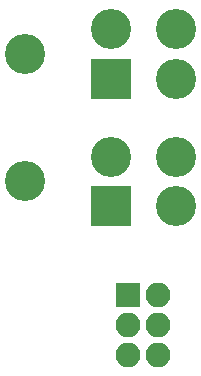
<source format=gbr>
G04 #@! TF.FileFunction,Soldermask,Bot*
%FSLAX46Y46*%
G04 Gerber Fmt 4.6, Leading zero omitted, Abs format (unit mm)*
G04 Created by KiCad (PCBNEW 4.0.7) date Wed Jun  6 22:54:43 2018*
%MOMM*%
%LPD*%
G01*
G04 APERTURE LIST*
%ADD10C,0.100000*%
%ADD11R,3.400000X3.400000*%
%ADD12C,3.400000*%
%ADD13R,2.100000X2.100000*%
%ADD14O,2.100000X2.100000*%
G04 APERTURE END LIST*
D10*
D11*
X146900000Y-86360000D03*
D12*
X146900000Y-82160000D03*
X152400000Y-86360000D03*
X152400000Y-82160000D03*
X139600000Y-84260000D03*
D11*
X146900000Y-97155000D03*
D12*
X146900000Y-92955000D03*
X152400000Y-97155000D03*
X152400000Y-92955000D03*
X139600000Y-95055000D03*
D13*
X148336000Y-104648000D03*
D14*
X150876000Y-104648000D03*
X148336000Y-107188000D03*
X150876000Y-107188000D03*
X148336000Y-109728000D03*
X150876000Y-109728000D03*
M02*

</source>
